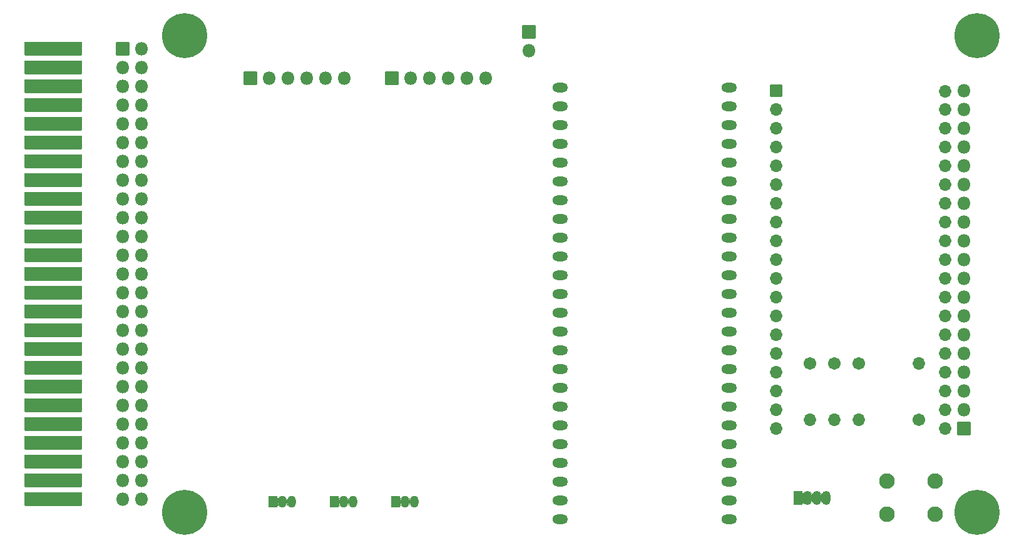
<source format=gbr>
%TF.GenerationSoftware,KiCad,Pcbnew,(6.0.6-0)*%
%TF.CreationDate,2022-07-26T13:54:31-07:00*%
%TF.ProjectId,TRS-IO-M3,5452532d-494f-42d4-9d33-2e6b69636164,rev?*%
%TF.SameCoordinates,Original*%
%TF.FileFunction,Soldermask,Bot*%
%TF.FilePolarity,Negative*%
%FSLAX46Y46*%
G04 Gerber Fmt 4.6, Leading zero omitted, Abs format (unit mm)*
G04 Created by KiCad (PCBNEW (6.0.6-0)) date 2022-07-26 13:54:31*
%MOMM*%
%LPD*%
G01*
G04 APERTURE LIST*
G04 Aperture macros list*
%AMRoundRect*
0 Rectangle with rounded corners*
0 $1 Rounding radius*
0 $2 $3 $4 $5 $6 $7 $8 $9 X,Y pos of 4 corners*
0 Add a 4 corners polygon primitive as box body*
4,1,4,$2,$3,$4,$5,$6,$7,$8,$9,$2,$3,0*
0 Add four circle primitives for the rounded corners*
1,1,$1+$1,$2,$3*
1,1,$1+$1,$4,$5*
1,1,$1+$1,$6,$7*
1,1,$1+$1,$8,$9*
0 Add four rect primitives between the rounded corners*
20,1,$1+$1,$2,$3,$4,$5,0*
20,1,$1+$1,$4,$5,$6,$7,0*
20,1,$1+$1,$6,$7,$8,$9,0*
20,1,$1+$1,$8,$9,$2,$3,0*%
G04 Aperture macros list end*
%ADD10C,6.102000*%
%ADD11C,0.902000*%
%ADD12C,1.702000*%
%ADD13O,1.702000X1.702000*%
%ADD14RoundRect,0.051000X0.850000X-0.850000X0.850000X0.850000X-0.850000X0.850000X-0.850000X-0.850000X0*%
%ADD15O,1.802000X1.802000*%
%ADD16O,2.102000X1.302000*%
%ADD17RoundRect,0.051000X-0.525000X-0.750000X0.525000X-0.750000X0.525000X0.750000X-0.525000X0.750000X0*%
%ADD18O,1.152000X1.602000*%
%ADD19RoundRect,0.051000X-0.850000X-0.850000X0.850000X-0.850000X0.850000X0.850000X-0.850000X0.850000X0*%
%ADD20RoundRect,0.051000X-0.800000X-0.800000X0.800000X-0.800000X0.800000X0.800000X-0.800000X0.800000X0*%
%ADD21RoundRect,0.051000X3.810000X-0.889000X3.810000X0.889000X-3.810000X0.889000X-3.810000X-0.889000X0*%
%ADD22RoundRect,0.051000X-0.535000X-0.900000X0.535000X-0.900000X0.535000X0.900000X-0.535000X0.900000X0*%
%ADD23O,1.172000X1.902000*%
%ADD24C,2.102000*%
%ADD25RoundRect,0.051000X0.850000X0.850000X-0.850000X0.850000X-0.850000X-0.850000X0.850000X-0.850000X0*%
G04 APERTURE END LIST*
D10*
%TO.C,H1*%
X124714000Y-60960000D03*
D11*
X126304990Y-62550990D03*
X123123010Y-59369010D03*
X126964000Y-60960000D03*
X124714000Y-58710000D03*
X122464000Y-60960000D03*
X124714000Y-63210000D03*
X126304990Y-59369010D03*
X123123010Y-62550990D03*
%TD*%
%TO.C,H2*%
X233540990Y-62550990D03*
X234200000Y-60960000D03*
D10*
X231950000Y-60960000D03*
D11*
X229700000Y-60960000D03*
X230359010Y-62550990D03*
X230359010Y-59369010D03*
X233540990Y-59369010D03*
X231950000Y-63210000D03*
X231950000Y-58710000D03*
%TD*%
%TO.C,H3*%
X126964000Y-125476000D03*
X124714000Y-127726000D03*
X126304990Y-123885010D03*
X123123010Y-127066990D03*
D10*
X124714000Y-125476000D03*
D11*
X122464000Y-125476000D03*
X124714000Y-123226000D03*
X126304990Y-127066990D03*
X123123010Y-123885010D03*
%TD*%
%TO.C,H4*%
X233540990Y-123885010D03*
X229700000Y-125476000D03*
X233540990Y-127066990D03*
X231950000Y-127726000D03*
X230359010Y-123885010D03*
X234200000Y-125476000D03*
X231950000Y-123226000D03*
X230359010Y-127066990D03*
D10*
X231950000Y-125476000D03*
%TD*%
D12*
%TO.C,R1*%
X209350000Y-105323000D03*
D13*
X209350000Y-112943000D03*
%TD*%
D12*
%TO.C,R2*%
X215954000Y-105323000D03*
D13*
X215954000Y-112943000D03*
%TD*%
D14*
%TO.C,J5*%
X133600000Y-66675000D03*
D15*
X136140000Y-66675000D03*
X138680000Y-66675000D03*
X141220000Y-66675000D03*
X143760000Y-66675000D03*
X146300000Y-66675000D03*
%TD*%
D16*
%TO.C,U5*%
X175520000Y-67985000D03*
X175520000Y-70525000D03*
X175520000Y-73065000D03*
X175520000Y-75605000D03*
X175520000Y-78145000D03*
X175520000Y-80685000D03*
X175520000Y-83225000D03*
X175520000Y-85765000D03*
X175520000Y-88305000D03*
X175520000Y-90845000D03*
X175520000Y-93385000D03*
X175520000Y-95925000D03*
X175520000Y-98465000D03*
X175520000Y-101005000D03*
X175520000Y-103545000D03*
X175520000Y-106085000D03*
X175520000Y-108625000D03*
X175520000Y-111165000D03*
X175520000Y-113705000D03*
X175520000Y-116245000D03*
X175520000Y-118785000D03*
X175520000Y-121325000D03*
X175520000Y-123865000D03*
X175520000Y-126405000D03*
X198420000Y-126405000D03*
X198420000Y-123865000D03*
X198420000Y-121325000D03*
X198420000Y-118785000D03*
X198420000Y-116245000D03*
X198420000Y-113705000D03*
X198420000Y-111165000D03*
X198420000Y-108625000D03*
X198420000Y-106085000D03*
X198420000Y-103545000D03*
X198420000Y-101005000D03*
X198420000Y-98465000D03*
X198420000Y-95925000D03*
X198420000Y-93385000D03*
X198420000Y-90845000D03*
X198420000Y-88305000D03*
X198420000Y-85765000D03*
X198420000Y-83225000D03*
X198420000Y-80685000D03*
X198420000Y-78145000D03*
X198420000Y-75605000D03*
X198420000Y-73065000D03*
X198420000Y-70525000D03*
X198420000Y-67985000D03*
%TD*%
D17*
%TO.C,Q2*%
X144990000Y-124060000D03*
D18*
X146260000Y-124060000D03*
X147530000Y-124060000D03*
%TD*%
D19*
%TO.C,J4*%
X171300000Y-60475000D03*
D15*
X171300000Y-63015000D03*
%TD*%
D20*
%TO.C,U6*%
X204750000Y-68400000D03*
D13*
X204750000Y-70940000D03*
X204750000Y-73480000D03*
X204750000Y-76020000D03*
X204750000Y-78560000D03*
X204750000Y-81100000D03*
X204750000Y-83640000D03*
X204750000Y-86180000D03*
X204750000Y-88720000D03*
X204750000Y-91260000D03*
X204750000Y-93800000D03*
X204750000Y-96340000D03*
X204750000Y-98880000D03*
X204750000Y-101420000D03*
X204750000Y-103960000D03*
X204750000Y-106500000D03*
X204750000Y-109040000D03*
X204750000Y-111580000D03*
X204750000Y-114120000D03*
X227610000Y-114120000D03*
X227610000Y-111580000D03*
X227610000Y-109040000D03*
X227610000Y-106500000D03*
X227610000Y-103960000D03*
X227610000Y-101420000D03*
X227610000Y-98880000D03*
X227610000Y-96340000D03*
X227610000Y-93800000D03*
X227610000Y-91260000D03*
X227610000Y-88720000D03*
X227610000Y-86180000D03*
X227610000Y-83640000D03*
X227610000Y-81100000D03*
X227610000Y-78560000D03*
X227610000Y-76020000D03*
X227610000Y-73480000D03*
X227610000Y-70940000D03*
X227610000Y-68463500D03*
%TD*%
D12*
%TO.C,R4*%
X224054000Y-112943000D03*
D13*
X224054000Y-105323000D03*
%TD*%
D21*
%TO.C,J1*%
X106934000Y-123698000D03*
X106934000Y-121158000D03*
X106934000Y-118618000D03*
X106934000Y-116078000D03*
X106934000Y-113538000D03*
X106934000Y-110998000D03*
X106934000Y-108458000D03*
X106934000Y-105918000D03*
X106934000Y-103378000D03*
X106934000Y-100838000D03*
X106934000Y-98298000D03*
X106934000Y-95758000D03*
X106934000Y-93218000D03*
X106934000Y-90678000D03*
X106934000Y-88138000D03*
X106934000Y-85598000D03*
X106934000Y-83058000D03*
X106934000Y-80518000D03*
X106934000Y-77978000D03*
X106934000Y-75438000D03*
X106934000Y-72898000D03*
X106934000Y-70358000D03*
X106934000Y-67818000D03*
X106934000Y-65278000D03*
X106934000Y-62738000D03*
%TD*%
D17*
%TO.C,Q1*%
X136700000Y-124060000D03*
D18*
X137970000Y-124060000D03*
X139240000Y-124060000D03*
%TD*%
D14*
%TO.C,J6*%
X152800000Y-66675000D03*
D15*
X155340000Y-66675000D03*
X157880000Y-66675000D03*
X160420000Y-66675000D03*
X162960000Y-66675000D03*
X165500000Y-66675000D03*
%TD*%
D12*
%TO.C,R3*%
X212652000Y-105323000D03*
D13*
X212652000Y-112943000D03*
%TD*%
D22*
%TO.C,D1*%
X207750000Y-123500000D03*
D23*
X209020000Y-123500000D03*
X210290000Y-123500000D03*
X211560000Y-123500000D03*
%TD*%
D15*
%TO.C,J2*%
X118867000Y-123703000D03*
X116327000Y-123703000D03*
X118867000Y-121163000D03*
X116327000Y-121163000D03*
X118867000Y-118623000D03*
X116327000Y-118623000D03*
X118867000Y-116083000D03*
X116327000Y-116083000D03*
X118867000Y-113543000D03*
X116327000Y-113543000D03*
X118867000Y-111003000D03*
X116327000Y-111003000D03*
X118867000Y-108463000D03*
X116327000Y-108463000D03*
X118867000Y-105923000D03*
X116327000Y-105923000D03*
X118867000Y-103383000D03*
X116327000Y-103383000D03*
X118867000Y-100843000D03*
X116327000Y-100843000D03*
X118867000Y-98303000D03*
X116327000Y-98303000D03*
X118867000Y-95763000D03*
X116327000Y-95763000D03*
X118867000Y-93223000D03*
X116327000Y-93223000D03*
X118867000Y-90683000D03*
X116327000Y-90683000D03*
X118867000Y-88143000D03*
X116327000Y-88143000D03*
X118867000Y-85603000D03*
X116327000Y-85603000D03*
X118867000Y-83063000D03*
X116327000Y-83063000D03*
X118867000Y-80523000D03*
X116327000Y-80523000D03*
X118867000Y-77983000D03*
X116327000Y-77983000D03*
X118867000Y-75443000D03*
X116327000Y-75443000D03*
X118867000Y-72903000D03*
X116327000Y-72903000D03*
X118867000Y-70363000D03*
X116327000Y-70363000D03*
X118867000Y-67823000D03*
X116327000Y-67823000D03*
X118867000Y-65283000D03*
X116327000Y-65283000D03*
X118867000Y-62743000D03*
D19*
X116327000Y-62743000D03*
%TD*%
D24*
%TO.C,SW1*%
X226250000Y-125750000D03*
X219750000Y-125750000D03*
X226250000Y-121250000D03*
X219750000Y-121250000D03*
%TD*%
D15*
%TO.C,J3*%
X230150000Y-68430000D03*
X230150000Y-70970000D03*
X230150000Y-73510000D03*
X230150000Y-76050000D03*
X230150000Y-78590000D03*
X230150000Y-81130000D03*
X230150000Y-83670000D03*
X230150000Y-86210000D03*
X230150000Y-88750000D03*
X230150000Y-91290000D03*
X230150000Y-93830000D03*
X230150000Y-96370000D03*
X230150000Y-98910000D03*
X230150000Y-101450000D03*
X230150000Y-103990000D03*
X230150000Y-106530000D03*
X230150000Y-109070000D03*
X230150000Y-111610000D03*
D25*
X230150000Y-114150000D03*
%TD*%
D17*
%TO.C,Q3*%
X153280000Y-124060000D03*
D18*
X154550000Y-124060000D03*
X155820000Y-124060000D03*
%TD*%
G36*
X137277919Y-123433759D02*
G01*
X137297595Y-123500771D01*
X137349938Y-123546126D01*
X137418491Y-123555983D01*
X137481648Y-123527140D01*
X137496563Y-123510630D01*
X137498466Y-123510015D01*
X137499950Y-123511356D01*
X137499634Y-123513189D01*
X137472915Y-123548010D01*
X137415576Y-123686442D01*
X137396000Y-123835132D01*
X137396000Y-124284868D01*
X137415576Y-124433558D01*
X137472915Y-124571990D01*
X137503875Y-124612338D01*
X137504136Y-124614321D01*
X137502549Y-124615539D01*
X137501026Y-124615107D01*
X137448579Y-124572428D01*
X137379751Y-124564697D01*
X137317672Y-124595402D01*
X137281962Y-124654939D01*
X137277984Y-124686014D01*
X137276772Y-124687605D01*
X137274788Y-124687351D01*
X137274000Y-124685760D01*
X137274000Y-123434322D01*
X137275000Y-123432590D01*
X137277000Y-123432590D01*
X137277919Y-123433759D01*
G37*
G36*
X145567919Y-123433759D02*
G01*
X145587595Y-123500771D01*
X145639938Y-123546126D01*
X145708491Y-123555983D01*
X145771648Y-123527140D01*
X145786563Y-123510630D01*
X145788466Y-123510015D01*
X145789950Y-123511356D01*
X145789634Y-123513189D01*
X145762915Y-123548010D01*
X145705576Y-123686442D01*
X145686000Y-123835132D01*
X145686000Y-124284868D01*
X145705576Y-124433558D01*
X145762915Y-124571990D01*
X145793875Y-124612338D01*
X145794136Y-124614321D01*
X145792549Y-124615539D01*
X145791026Y-124615107D01*
X145738579Y-124572428D01*
X145669751Y-124564697D01*
X145607672Y-124595402D01*
X145571962Y-124654939D01*
X145567984Y-124686014D01*
X145566772Y-124687605D01*
X145564788Y-124687351D01*
X145564000Y-124685760D01*
X145564000Y-123434322D01*
X145565000Y-123432590D01*
X145567000Y-123432590D01*
X145567919Y-123433759D01*
G37*
G36*
X153857919Y-123433759D02*
G01*
X153877595Y-123500771D01*
X153929938Y-123546126D01*
X153998491Y-123555983D01*
X154061648Y-123527140D01*
X154076563Y-123510630D01*
X154078466Y-123510015D01*
X154079950Y-123511356D01*
X154079634Y-123513189D01*
X154052915Y-123548010D01*
X153995576Y-123686442D01*
X153976000Y-123835132D01*
X153976000Y-124284868D01*
X153995576Y-124433558D01*
X154052915Y-124571990D01*
X154083875Y-124612338D01*
X154084136Y-124614321D01*
X154082549Y-124615539D01*
X154081026Y-124615107D01*
X154028579Y-124572428D01*
X153959751Y-124564697D01*
X153897672Y-124595402D01*
X153861962Y-124654939D01*
X153857984Y-124686014D01*
X153856772Y-124687605D01*
X153854788Y-124687351D01*
X153854000Y-124685760D01*
X153854000Y-123434322D01*
X153855000Y-123432590D01*
X153857000Y-123432590D01*
X153857919Y-123433759D01*
G37*
G36*
X147028076Y-123558004D02*
G01*
X147028110Y-123559611D01*
X146975576Y-123686442D01*
X146956000Y-123835132D01*
X146956000Y-124284868D01*
X146975576Y-124433558D01*
X147026941Y-124557565D01*
X147026680Y-124559548D01*
X147024832Y-124560313D01*
X147023445Y-124559463D01*
X147018707Y-124552570D01*
X147018484Y-124552144D01*
X147009930Y-124529506D01*
X146968008Y-124474002D01*
X146903013Y-124450075D01*
X146835403Y-124465087D01*
X146786474Y-124514436D01*
X146780149Y-124528094D01*
X146768689Y-124557487D01*
X146768462Y-124557910D01*
X146765374Y-124562304D01*
X146763560Y-124563146D01*
X146761924Y-124561996D01*
X146761890Y-124560389D01*
X146814424Y-124433558D01*
X146834000Y-124284868D01*
X146834000Y-123835132D01*
X146814424Y-123686442D01*
X146763059Y-123562435D01*
X146763320Y-123560452D01*
X146765168Y-123559687D01*
X146766555Y-123560537D01*
X146771293Y-123567430D01*
X146771516Y-123567856D01*
X146780070Y-123590494D01*
X146821992Y-123645998D01*
X146886987Y-123669925D01*
X146954597Y-123654913D01*
X147003526Y-123605564D01*
X147009851Y-123591906D01*
X147021311Y-123562513D01*
X147021538Y-123562090D01*
X147024626Y-123557696D01*
X147026440Y-123556854D01*
X147028076Y-123558004D01*
G37*
G36*
X138738076Y-123558004D02*
G01*
X138738110Y-123559611D01*
X138685576Y-123686442D01*
X138666000Y-123835132D01*
X138666000Y-124284868D01*
X138685576Y-124433558D01*
X138736941Y-124557565D01*
X138736680Y-124559548D01*
X138734832Y-124560313D01*
X138733445Y-124559463D01*
X138728707Y-124552570D01*
X138728484Y-124552144D01*
X138719930Y-124529506D01*
X138678008Y-124474002D01*
X138613013Y-124450075D01*
X138545403Y-124465087D01*
X138496474Y-124514436D01*
X138490149Y-124528094D01*
X138478689Y-124557487D01*
X138478462Y-124557910D01*
X138475374Y-124562304D01*
X138473560Y-124563146D01*
X138471924Y-124561996D01*
X138471890Y-124560389D01*
X138524424Y-124433558D01*
X138544000Y-124284868D01*
X138544000Y-123835132D01*
X138524424Y-123686442D01*
X138473059Y-123562435D01*
X138473320Y-123560452D01*
X138475168Y-123559687D01*
X138476555Y-123560537D01*
X138481293Y-123567430D01*
X138481516Y-123567856D01*
X138490070Y-123590494D01*
X138531992Y-123645998D01*
X138596987Y-123669925D01*
X138664597Y-123654913D01*
X138713526Y-123605564D01*
X138719851Y-123591906D01*
X138731311Y-123562513D01*
X138731538Y-123562090D01*
X138734626Y-123557696D01*
X138736440Y-123556854D01*
X138738076Y-123558004D01*
G37*
G36*
X155318076Y-123558004D02*
G01*
X155318110Y-123559611D01*
X155265576Y-123686442D01*
X155246000Y-123835132D01*
X155246000Y-124284868D01*
X155265576Y-124433558D01*
X155316941Y-124557565D01*
X155316680Y-124559548D01*
X155314832Y-124560313D01*
X155313445Y-124559463D01*
X155308707Y-124552570D01*
X155308484Y-124552144D01*
X155299930Y-124529506D01*
X155258008Y-124474002D01*
X155193013Y-124450075D01*
X155125403Y-124465087D01*
X155076474Y-124514436D01*
X155070149Y-124528094D01*
X155058689Y-124557487D01*
X155058462Y-124557910D01*
X155055374Y-124562304D01*
X155053560Y-124563146D01*
X155051924Y-124561996D01*
X155051890Y-124560389D01*
X155104424Y-124433558D01*
X155124000Y-124284868D01*
X155124000Y-123835132D01*
X155104424Y-123686442D01*
X155053059Y-123562435D01*
X155053320Y-123560452D01*
X155055168Y-123559687D01*
X155056555Y-123560537D01*
X155061293Y-123567430D01*
X155061516Y-123567856D01*
X155070070Y-123590494D01*
X155111992Y-123645998D01*
X155176987Y-123669925D01*
X155244597Y-123654913D01*
X155293526Y-123605564D01*
X155299851Y-123591906D01*
X155311311Y-123562513D01*
X155311538Y-123562090D01*
X155314626Y-123557696D01*
X155316440Y-123556854D01*
X155318076Y-123558004D01*
G37*
G36*
X208337919Y-122702267D02*
G01*
X208357595Y-122769279D01*
X208409938Y-122814634D01*
X208478491Y-122824491D01*
X208541647Y-122795648D01*
X208561702Y-122773450D01*
X208583559Y-122742350D01*
X208583880Y-122741993D01*
X208592637Y-122734354D01*
X208594600Y-122733969D01*
X208595915Y-122735476D01*
X208595539Y-122737079D01*
X208514255Y-122843010D01*
X208455916Y-122983854D01*
X208436000Y-123135132D01*
X208436000Y-123864868D01*
X208455916Y-124016146D01*
X208514255Y-124156990D01*
X208593646Y-124260455D01*
X208593907Y-124262438D01*
X208592320Y-124263656D01*
X208590728Y-124263166D01*
X208579790Y-124253420D01*
X208579473Y-124253060D01*
X208562528Y-124228406D01*
X208508578Y-124184506D01*
X208439750Y-124176775D01*
X208377671Y-124207481D01*
X208341962Y-124267018D01*
X208337984Y-124298092D01*
X208336772Y-124299683D01*
X208334788Y-124299429D01*
X208334000Y-124297838D01*
X208334000Y-122702830D01*
X208335000Y-122701098D01*
X208337000Y-122701098D01*
X208337919Y-122702267D01*
G37*
G36*
X211049359Y-122853141D02*
G01*
X211049393Y-122854748D01*
X210995916Y-122983854D01*
X210976000Y-123135132D01*
X210976000Y-123864868D01*
X210995916Y-124016146D01*
X211048204Y-124142380D01*
X211047943Y-124144363D01*
X211046095Y-124145128D01*
X211044708Y-124144278D01*
X211031993Y-124125778D01*
X211031466Y-124125820D01*
X211030730Y-124125220D01*
X210997864Y-124081704D01*
X210932869Y-124057778D01*
X210865259Y-124072789D01*
X210816329Y-124122137D01*
X210810003Y-124135800D01*
X210807504Y-124142209D01*
X210807277Y-124142633D01*
X210804091Y-124147167D01*
X210802277Y-124148009D01*
X210800641Y-124146859D01*
X210800607Y-124145252D01*
X210854084Y-124016146D01*
X210874000Y-123864868D01*
X210874000Y-123135132D01*
X210854084Y-122983854D01*
X210801796Y-122857620D01*
X210802057Y-122855637D01*
X210803905Y-122854872D01*
X210805292Y-122855722D01*
X210818007Y-122874222D01*
X210818534Y-122874180D01*
X210819270Y-122874780D01*
X210852136Y-122918296D01*
X210917131Y-122942222D01*
X210984741Y-122927211D01*
X211033671Y-122877863D01*
X211039997Y-122864200D01*
X211042496Y-122857791D01*
X211042723Y-122857367D01*
X211045909Y-122852833D01*
X211047723Y-122851991D01*
X211049359Y-122853141D01*
G37*
G36*
X209779359Y-122853141D02*
G01*
X209779393Y-122854748D01*
X209725916Y-122983854D01*
X209706000Y-123135132D01*
X209706000Y-123864868D01*
X209725916Y-124016146D01*
X209778204Y-124142380D01*
X209777943Y-124144363D01*
X209776095Y-124145128D01*
X209774708Y-124144278D01*
X209761993Y-124125778D01*
X209761466Y-124125820D01*
X209760730Y-124125220D01*
X209727864Y-124081704D01*
X209662869Y-124057778D01*
X209595259Y-124072789D01*
X209546329Y-124122137D01*
X209540003Y-124135800D01*
X209537504Y-124142209D01*
X209537277Y-124142633D01*
X209534091Y-124147167D01*
X209532277Y-124148009D01*
X209530641Y-124146859D01*
X209530607Y-124145252D01*
X209584084Y-124016146D01*
X209604000Y-123864868D01*
X209604000Y-123135132D01*
X209584084Y-122983854D01*
X209531796Y-122857620D01*
X209532057Y-122855637D01*
X209533905Y-122854872D01*
X209535292Y-122855722D01*
X209548007Y-122874222D01*
X209548534Y-122874180D01*
X209549270Y-122874780D01*
X209582136Y-122918296D01*
X209647131Y-122942222D01*
X209714741Y-122927211D01*
X209763671Y-122877863D01*
X209769997Y-122864200D01*
X209772496Y-122857791D01*
X209772723Y-122857367D01*
X209775909Y-122852833D01*
X209777723Y-122851991D01*
X209779359Y-122853141D01*
G37*
M02*

</source>
